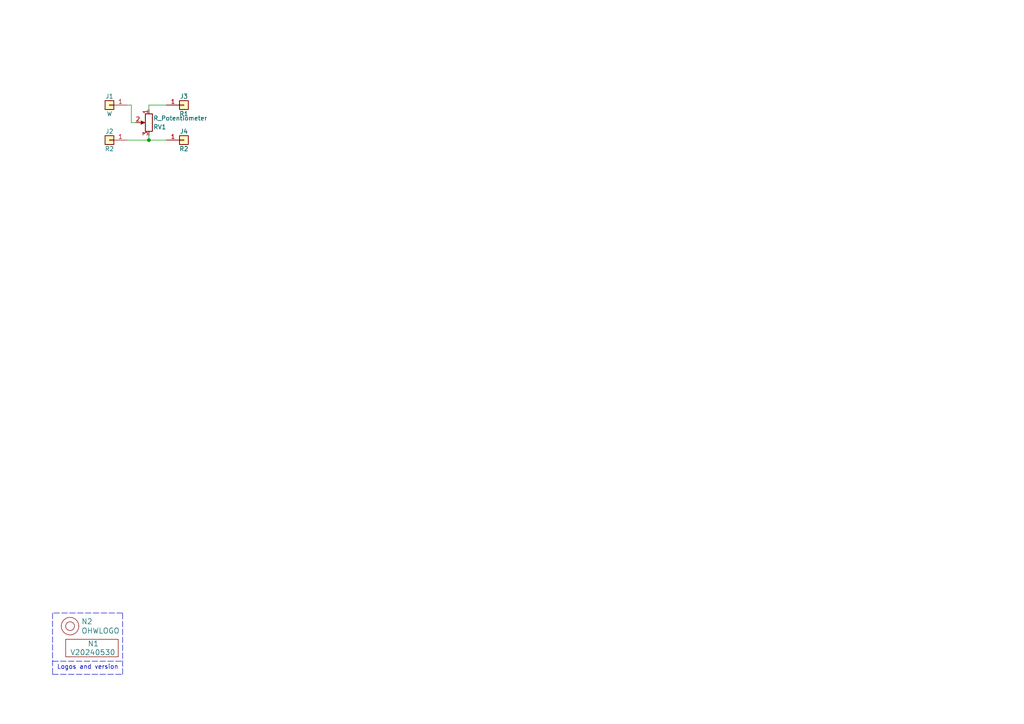
<source format=kicad_sch>
(kicad_sch (version 20230121) (generator eeschema)
  (paper "A4")
  (lib_symbols
    (symbol "Connector_Generic:Conn_01x01" (pin_names (offset 1.016) hide)
      (property "Reference" "J" (at 0 2.54 0))
      (property "Value" "Conn_01x01" (at 0 -2.54 0))
      (symbol "Conn_01x01_1_1"
        (rectangle (start -1.27 0.127) (end 0 -0.127) (stroke (width 0.1524)))
        (rectangle (start -1.27 1.27) (end 1.27 -1.27) (stroke (width 0.254)) (fill (type background)))
        (pin passive line (at -5.08 0 0) (length 3.81) (name "Pin_1") (number "1"))
      )
    )
    (symbol "Device:R_Potentiometer" (pin_names (offset 1.016) hide)
      (property "Reference" "RV" (at -4.445 0 90))
      (property "Value" "R_Potentiometer" (at -2.54 0 90))
      (symbol "R_Potentiometer_0_1"
        (polyline (pts (xy 2.54 0) (xy 1.524 0)))
        (polyline (pts (xy 1.143 0) (xy 2.286 0.508) (xy 2.286 -0.508) (xy 1.143 0)) (fill (type outline)))
        (rectangle (start 1.016 2.54) (end -1.016 -2.54) (stroke (width 0.254)))
      )
      (symbol "R_Potentiometer_1_1"
        (pin passive line (at 0 3.81 270) (length 1.27) (name "1") (number "1"))
        (pin passive line (at 3.81 0 180) (length 1.27) (name "2") (number "2"))
        (pin passive line (at 0 -3.81 90) (length 1.27) (name "3") (number "3"))
      )
    )
    (symbol "SquantorLabels:OHWLOGO" (pin_names (offset 1.016))
      (property "Reference" "N" (at 0 3.81 0))
      (property "Value" "OHWLOGO" (at 0 -3.81 0))
      (symbol "OHWLOGO_0_1"
        (circle (center 0 0) (radius 1.27))
        (circle (center 0 0) (radius 2.54))
      )
    )
    (symbol "SquantorLabels:VYYYYMMDD" (pin_names (offset 1.016))
      (property "Reference" "N" (at 0 2.54 0))
      (property "Value" "VYYYYMMDD" (at 0 0 0))
      (symbol "VYYYYMMDD_0_1"
        (rectangle (start 7.62 -1.27) (end -7.62 3.81))
      )
    )
  )
  (junction (at 43.18 40.64))
  (wire (pts (xy 39.37 35.56) (xy 38.1 35.56)))
  (wire (pts (xy 43.18 40.64) (xy 48.26 40.64)))
  (polyline (pts (xy 15.24 191.77) (xy 35.56 191.77)) (stroke (width 0) (type dash)))
  (polyline (pts (xy 15.24 195.58) (xy 35.56 195.58)) (stroke (width 0) (type dash)))
  (wire (pts (xy 48.26 30.48) (xy 43.18 30.48)))
  (polyline (pts (xy 15.24 177.8) (xy 15.24 195.58)) (stroke (width 0) (type dash)))
  (wire (pts (xy 36.83 30.48) (xy 38.1 30.48)))
  (polyline (pts (xy 35.56 195.58) (xy 35.56 177.8)) (stroke (width 0) (type dash)))
  (wire (pts (xy 43.18 30.48) (xy 43.18 31.75)))
  (wire (pts (xy 43.18 39.37) (xy 43.18 40.64)))
  (wire (pts (xy 38.1 35.56) (xy 38.1 30.48)))
  (wire (pts (xy 36.83 40.64) (xy 43.18 40.64)))
  (polyline (pts (xy 35.56 177.8) (xy 15.24 177.8)) (stroke (width 0) (type dash)))
  (text "Logos and version" (at 16.51 194.31 0) (effects (font (size 1.27 1.27)) (justify left bottom)))
  (symbol (lib_id "SquantorLabels:VYYYYMMDD") (at 26.67 189.23 0) (unit 1)
    (property "Reference" "N1" (at 25.4 186.69 0) (effects (font (size 1.524 1.524)) (justify left)))
    (property "Value" "V20240530" (at 20.32 189.23 0) (effects (font (size 1.524 1.524)) (justify left)))
    (property "Footprint" "SquantorLabels:Label_Generic" (effects hide))
  )
  (symbol (lib_id "SquantorLabels:OHWLOGO") (at 20.32 181.61 0) (unit 1)
    (property "Reference" "N2" (at 23.5712 180.2638 0) (effects (font (size 1.524 1.524)) (justify left)))
    (property "Value" "OHWLOGO" (at 23.5712 182.9562 0) (effects (font (size 1.524 1.524)) (justify left)))
    (property "Footprint" "Symbol:OSHW-Symbol_6.7x6mm_SilkScreen" (effects hide))
  )
  (symbol (lib_id "Connector_Generic:Conn_01x01") (at 31.75 40.64 180) (unit 1)
    (property "Reference" "J2" (at 31.75 38.1 0))
    (property "Value" "R2" (at 31.75 43.18 0))
    (property "Footprint" "mill-max:PC_pin_nail_head_6092" (effects hide))
  )
  (symbol (lib_id "Connector_Generic:Conn_01x01") (at 31.75 30.48 180) (unit 1)
    (property "Reference" "J1" (at 31.75 27.94 0))
    (property "Value" "W" (at 31.75 33.02 0))
    (property "Footprint" "mill-max:PC_pin_nail_head_6092" (effects hide))
  )
  (symbol (lib_id "Connector_Generic:Conn_01x01") (at 53.34 30.48 0) (mirror x) (unit 1)
    (property "Reference" "J3" (at 53.34 27.94 0))
    (property "Value" "R1" (at 53.34 33.02 0))
    (property "Footprint" "mill-max:PC_pin_nail_head_6092" (effects hide))
  )
  (symbol (lib_id "Connector_Generic:Conn_01x01") (at 53.34 40.64 0) (mirror x) (unit 1)
    (property "Reference" "J4" (at 53.34 38.1 0))
    (property "Value" "R2" (at 53.34 43.18 0))
    (property "Footprint" "mill-max:PC_pin_nail_head_6092" (effects hide))
  )
  (symbol (lib_id "Device:R_Potentiometer") (at 43.18 35.56 0) (mirror y) (unit 1)
    (property "Reference" "RV1" (at 44.45 36.83 0) (effects (justify right)))
    (property "Value" "R_Potentiometer" (at 44.45 34.29 0) (effects (justify right)))
    (property "Footprint" "Potentiometer_THT:Potentiometer_Piher_PT-15-V15_Vertical" (effects hide))
  )
)
</source>
